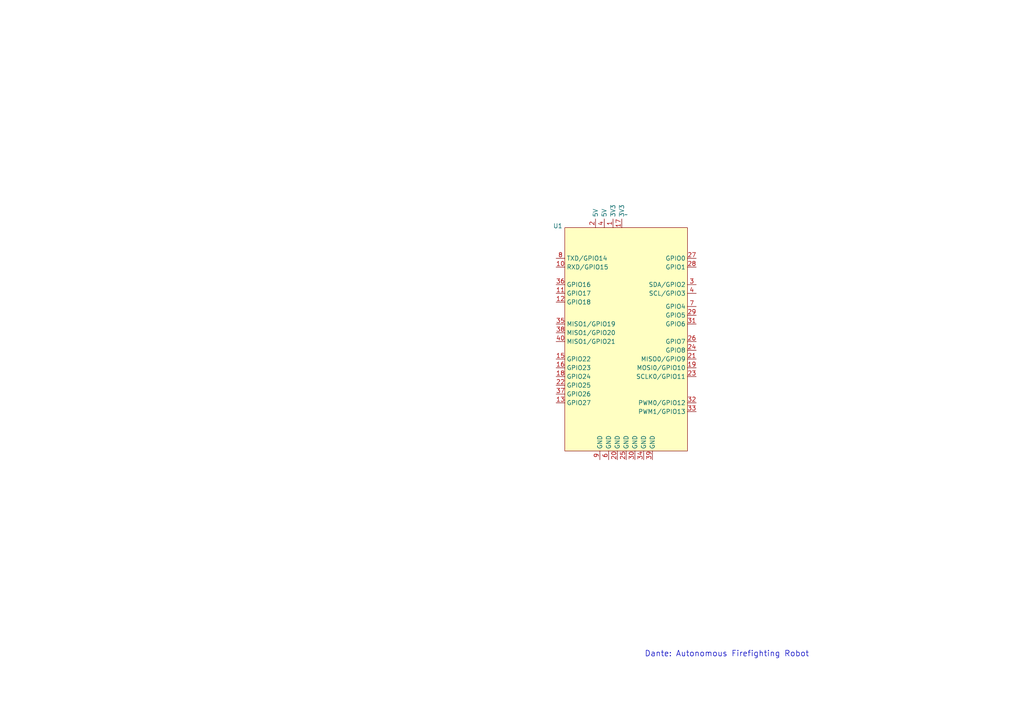
<source format=kicad_sch>
(kicad_sch (version 20231120) (generator "eeschema") (generator_version "8.0")
  (paper "A4")
  (lib_symbols
    (symbol "CarSchematics:Raspberry_Pi_4_Model_B_2019_Quad_Core_64_Bit_WiFi_Bluetooth"
      (property "Reference" "U" (at 27.686 -65.278 0))
      (symbol "Raspberry_Pi_4_Model_B_2019_Quad_Core_64_Bit_WiFi_Bluetooth_1_1"
        (rectangle (start -8.89 0) (end 26.67 -64.77) (fill (type background)))
        (pin passive line (at 5.08 0 90) (length 2.54) (name "3V3") (number "1"))
        (pin bidirectional line (at -11.43 -11.43 0) (length 2.54) (name "RXD/GPIO15") (number "10"))
        (pin bidirectional line (at -11.43 -19.05 0) (length 2.54) (name "GPIO17") (number "11"))
        (pin bidirectional line (at -11.43 -21.59 0) (length 2.54) (name "GPIO18") (number "12"))
        (pin bidirectional line (at -11.43 -50.8 0) (length 2.54) (name "GPIO27") (number "13"))
        (pin bidirectional line (at -11.43 -38.1 0) (length 2.54) (name "GPIO22") (number "15"))
        (pin bidirectional line (at -11.43 -40.64 0) (length 2.54) (name "GPIO23") (number "16"))
        (pin passive line (at 7.62 0 90) (length 2.54) (name "3V3") (number "17"))
        (pin bidirectional line (at -11.43 -43.18 0) (length 2.54) (name "GPIO24") (number "18"))
        (pin bidirectional line (at 29.21 -40.64 180) (length 2.54) (name "MOSI0/GPIO10") (number "19"))
        (pin output line (at 0 0 90) (length 2.54) (name "5V") (number "2"))
        (pin passive line (at 6.35 -67.31 90) (length 2.54) (name "GND") (number "20"))
        (pin bidirectional line (at 29.21 -38.1 180) (length 2.54) (name "MISO0/GPIO9") (number "21"))
        (pin bidirectional line (at -11.43 -45.72 0) (length 2.54) (name "GPIO25") (number "22"))
        (pin bidirectional line (at 29.21 -43.18 180) (length 2.54) (name "SCLK0/GPIO11") (number "23"))
        (pin bidirectional line (at 29.21 -35.56 180) (length 2.54) (name "GPIO8") (number "24"))
        (pin passive line (at 8.89 -67.31 90) (length 2.54) (name "GND") (number "25"))
        (pin bidirectional line (at 29.21 -33.02 180) (length 2.54) (name "GPIO7") (number "26"))
        (pin bidirectional line (at 29.21 -8.89 180) (length 2.54) (name "GPIO0") (number "27"))
        (pin bidirectional line (at 29.21 -11.43 180) (length 2.54) (name "GPIO1") (number "28"))
        (pin bidirectional line (at 29.21 -25.4 180) (length 2.54) (name "GPIO5") (number "29"))
        (pin bidirectional line (at 29.21 -16.51 180) (length 2.54) (name "SDA/GPIO2") (number "3"))
        (pin passive line (at 11.43 -67.31 90) (length 2.54) (name "GND") (number "30"))
        (pin bidirectional line (at 29.21 -27.94 180) (length 2.54) (name "GPIO6") (number "31"))
        (pin bidirectional line (at 29.21 -50.8 180) (length 2.54) (name "PWM0/GPIO12") (number "32"))
        (pin bidirectional line (at 29.21 -53.34 180) (length 2.54) (name "PWM1/GPIO13") (number "33"))
        (pin passive line (at 13.97 -67.31 90) (length 2.54) (name "GND") (number "34"))
        (pin bidirectional line (at -11.43 -27.94 0) (length 2.54) (name "MISO1/GPIO19") (number "35"))
        (pin bidirectional line (at -11.43 -16.51 0) (length 2.54) (name "GPIO16") (number "36"))
        (pin bidirectional line (at -11.43 -48.26 0) (length 2.54) (name "GPIO26") (number "37"))
        (pin bidirectional line (at -11.43 -30.48 0) (length 2.54) (name "MISO1/GPIO20") (number "38"))
        (pin passive line (at 16.51 -67.31 90) (length 2.54) (name "GND") (number "39"))
        (pin passive line (at 2.54 0 90) (length 2.54) (name "5V") (number "4"))
        (pin bidirectional line (at 29.21 -19.05 180) (length 2.54) (name "SCL/GPIO3") (number "4"))
        (pin bidirectional line (at -11.43 -33.02 0) (length 2.54) (name "MISO1/GPIO21") (number "40"))
        (pin passive line (at 3.81 -67.31 90) (length 2.54) (name "GND") (number "6"))
        (pin bidirectional line (at 29.21 -22.86 180) (length 2.54) (name "GPIO4") (number "7"))
        (pin bidirectional line (at -11.43 -8.89 0) (length 2.54) (name "TXD/GPIO14") (number "8"))
        (pin passive line (at 1.27 -67.31 90) (length 2.54) (name "GND") (number "9"))
      )
    )
  )
  (text "Dante: Autonomous Firefighting Robot" (at 210.82 189.738 0) (effects (font (size 1.651 1.651))))
  (symbol (lib_id "CarSchematics:Raspberry_Pi_4_Model_B_2019_Quad_Core_64_Bit_WiFi_Bluetooth") (at 172.72 66.04 0) (unit 1)
    (property "Reference" "U1" (at 161.798 65.532 0))
    (property "Value" "~" (at 181.61 62.23 0))
  )
)
</source>
